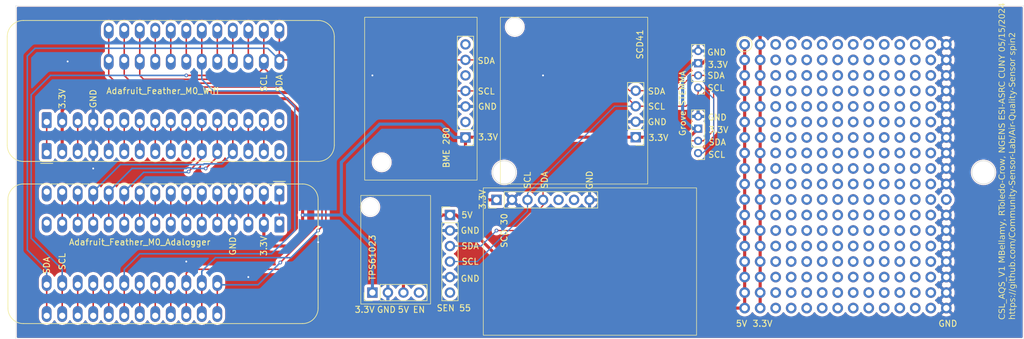
<source format=kicad_pcb>
(kicad_pcb (version 20240108) (generator "pcbnew") (generator_version "8.0")
  (layers (0 "F.Cu" signal) (31 "B.Cu" signal) (34 "B.Paste" user) (35 "F.Paste" user) (36 "B.SilkS" user "B.Silkscreen") (37 "F.SilkS" user "F.Silkscreen") (38 "B.Mask" user) (39 "F.Mask" user) (44 "Edge.Cuts" user))
  (net 0 "")
  (net 1 "unconnected-(A1-~{RESET}-Pad1)")
  (net 2 "unconnected-(A1-D12-Pad24)")
  (net 3 "unconnected-(A1-D6-Pad20)")
  (net 4 "unconnected-(A1-DAC0{slash}A0-Pad5)")
  (net 5 "Net-(A1-VBAT)")
  (net 6 "SCL")
  (net 7 "Net-(A1-USB)")
  (net 8 "3.3V")
  (net 9 "unconnected-(A1-A1-Pad6)")
  (net 10 "unconnected-(A1-A2-Pad7)")
  (net 11 "unconnected-(A1-A3-Pad8)")
  (net 12 "unconnected-(A1-D13-Pad25)")
  (net 13 "Net-(A1-MOSI{slash}D23)")
  (net 14 "unconnected-(A1-RX{slash}D0-Pad14)")
  (net 15 "unconnected-(A1-A5-Pad10)")
  (net 16 "ENA")
  (net 17 "unconnected-(A1-AREF-Pad3)")
  (net 19 "unconnected-(A1-A4-Pad9)")
  (net 20 "unconnected-(A1-D9-Pad21)")
  (net 21 "SDA")
  (net 22 "GND")
  (net 23 "unconnected-(A1-TX{slash}D1-Pad15)")
  (net 24 "Net-(A1-EN)")
  (net 25 "unconnected-(A1-D5-Pad19)")
  (net 26 "Net-(A1-D10)")
  (net 27 "Net-(A1-MISO{slash}D22)")
  (net 28 "unconnected-(A2-A2-Pad7)")
  (net 29 "Net-(A1-SCK{slash}D24)")
  (net 30 "unconnected-(A2-A5-Pad10)")
  (net 31 "unconnected-(A2-D9-Pad21)")
  (net 32 "unconnected-(A2-A4-Pad9)")
  (net 33 "unconnected-(A2-D12-Pad24)")
  (net 34 "unconnected-(A2-DAC0{slash}A0-Pad5)")
  (net 35 "unconnected-(A2-D5-Pad19)")
  (net 36 "unconnected-(A2-TX{slash}D1-Pad15)")
  (net 37 "unconnected-(A2-A3-Pad8)")
  (net 38 "unconnected-(A2-D13-Pad25)")
  (net 39 "unconnected-(A2-~{RESET}-Pad1)")
  (net 40 "unconnected-(A2-D6-Pad20)")
  (net 41 "unconnected-(A2-A1-Pad6)")
  (net 42 "unconnected-(A2-RX{slash}D0-Pad14)")
  (net 43 "unconnected-(A2-D11-Pad23)")
  (net 44 "unconnected-(A2-AREF-Pad3)")
  (net 45 "5V")
  (net 46 "EN")
  (net 47 "NC")
  (footprint "" (layer "F.Cu") (at 185.42 83.82)
    (property "Reference" "")
    (property "Value" "")
  )
  (footprint "" (layer "F.Cu") (at 172.72 86.36)
    (property "Reference" "")
    (property "Value" "")
  )
  (footprint "" (layer "F.Cu") (at 187.96 96.52)
    (property "Reference" "")
    (property "Value" "")
  )
  (footprint "" (layer "F.Cu") (at 180.34 109.22)
    (property "Reference" "")
    (property "Value" "")
  )
  (footprint "" (layer "F.Cu") (at 198.12 99.06)
    (property "Reference" "")
    (property "Value" "")
  )
  (footprint "" (layer "F.Cu") (at 193.04 101.6)
    (property "Reference" "")
    (property "Value" "")
  )
  (footprint "" (layer "F.Cu") (at 185.42 106.68)
    (property "Reference" "")
    (property "Value" "")
  )
  (footprint "" (layer "F.Cu") (at 172.72 88.9)
    (property "Reference" "")
    (property "Value" "")
  )
  (footprint "" (layer "F.Cu") (at 172.72 76.2)
    (property "Reference" "")
    (property "Value" "")
  )
  (footprint "" (layer "F.Cu") (at 175.26 104.14)
    (property "Reference" "")
    (property "Value" "")
  )
  (footprint "" (layer "F.Cu") (at 193.04 99.06)
    (property "Reference" "")
    (property "Value" "")
  )
  (footprint "Module:Adafruit_Feather" (layer "F.Cu") (at 96.52 95.25 -90)
    (property "Reference" "A2" (hide yes))
    (property "Value" "Adafruit_Feather_M0_Adalogger")
  )
  (footprint "" (layer "F.Cu") (at 182.88 96.52)
    (property "Reference" "")
    (property "Value" "")
  )
  (footprint "" (layer "F.Cu") (at 180.34 96.52)
    (property "Reference" "")
    (property "Value" "")
  )
  (footprint "" (layer "F.Cu") (at 193.04 88.9)
    (property "Reference" "")
    (property "Value" "")
  )
  (footprint "" (layer "F.Cu") (at 185.42 76.2)
    (property "Reference" "")
    (property "Value" "")
  )
  (footprint "" (layer "F.Cu") (at 187.96 78.74)
    (property "Reference" "")
    (property "Value" "")
  )
  (footprint "Connector_PinHeader_2.54mm:PinHeader_1x04_P2.54mm_Vertical" (layer "F.Cu") (at 111.76 97.76 90)
    (property "Reference" "JP2" (hide yes))
    (property "Value" "TPS61023")
  )
  (footprint "" (layer "F.Cu") (at 180.34 106.68)
    (property "Reference" "")
    (property "Value" "")
  )
  (footprint "" (layer "F.Cu") (at 190.5 78.74)
    (property "Reference" "")
    (property "Value" "")
  )
  (footprint "" (layer "F.Cu") (at 203.2 73.66)
    (property "Reference" "")
    (property "Value" "")
  )
  (footprint "" (layer "F.Cu") (at 175.26 73.66)
    (property "Reference" "")
    (property "Value" "")
  )
  (footprint "" (layer "F.Cu") (at 195.58 86.36)
    (property "Reference" "")
    (property "Value" "")
  )
  (footprint "" (layer "F.Cu") (at 203.2 101.6)
    (property "Reference" "")
    (property "Value" "")
  )
  (footprint "" (layer "F.Cu") (at 200.66 109.22)
    (property "Reference" "")
    (property "Value" "")
  )
  (footprint "" (layer "F.Cu") (at 172.72 93.98)
    (property "Reference" "")
    (property "Value" "")
  )
  (footprint "" (layer "F.Cu") (at 195.58 101.6)
    (property "Reference" "")
    (property "Value" "")
  )
  (footprint "" (layer "F.Cu") (at 182.88 106.68)
    (property "Reference" "")
    (property "Value" "")
  )
  (footprint "" (layer "F.Cu") (at 172.72 104.14)
    (property "Reference" "")
    (property "Value" "")
  )
  (footprint "" (layer "F.Cu") (at 177.8 109.22)
    (property "Reference" "")
    (property "Value" "")
  )
  (footprint "" (layer "F.Cu") (at 187.96 81.28)
    (property "Reference" "")
    (property "Value" "")
  )
  (footprint "" (layer "F.Cu") (at 200.66 81.28)
    (property "Reference" "")
    (property "Value" "")
  )
  (footprint "" (layer "F.Cu") (at 182.88 71.12)
    (property "Reference" "")
    (property "Value" "")
  )
  (footprint "" (layer "F.Cu") (at 172.72 101.6)
    (property "Reference" "")
    (property "Value" "")
  )
  (footprint "" (layer "F.Cu") (at 198.12 76.2)
    (property "Reference" "")
    (property "Value" "")
  )
  (footprint "" (layer "F.Cu") (at 175.26 106.68)
    (property "Reference" "")
    (property "Value" "")
  )
  (footprint "" (layer "F.Cu") (at 187.96 111.76)
    (property "Reference" "")
    (property "Value" "")
  )
  (footprint "" (layer "F.Cu") (at 172.72 83.82)
    (property "Reference" "")
    (property "Value" "")
  )
  (footprint "" (layer "F.Cu") (at 185.42 78.74)
    (property "Reference" "")
    (property "Value" "")
  )
  (footprint "" (layer "F.Cu") (at 193.04 81.28)
    (property "Reference" "")
    (property "Value" "")
  )
  (footprint "" (layer "F.Cu") (at 193.04 86.36)
    (property "Reference" "")
    (property "Value" "")
  )
  (footprint "" (layer "F.Cu") (at 177.8 106.68)
    (property "Reference" "")
    (property "Value" "")
  )
  (footprint "" (layer "F.Cu") (at 175.26 101.6)
    (property "Reference" "")
    (property "Value" "")
  )
  (footprint "" (layer "F.Cu") (at 185.42 91.44)
    (property "Reference" "")
    (property "Value" "")
  )
  (footprint "" (layer "F.Cu") (at 182.88 81.28)
    (property "Reference" "")
    (property "Value" "")
  )
  (footprint "" (layer "F.Cu") (at 185.42 73.66)
    (property "Reference" "")
    (property "Value" "")
  )
  (footprint "" (layer "F.Cu") (at 195.58 93.98)
    (property "Reference" "")
    (property "Value" "")
  )
  (footprint "" (layer "F.Cu") (at 200.66 83.82)
    (property "Reference" "")
    (property "Value" "")
  )
  (footprint "" (layer "F.Cu") (at 177.8 93.98)
    (property "Reference" "")
    (property "Value" "")
  )
  (footprint "" (layer "F.Cu") (at 203.2 88.9)
    (property "Reference" "")
    (property "Value" "")
  )
  (footprint "" (layer "F.Cu") (at 195.58 111.76)
    (property "Reference" "")
    (property "Value" "")
  )
  (footprint "" (layer "F.Cu") (at 185.42 81.28)
    (property "Reference" "")
    (property "Value" "")
  )
  (footprint "" (layer "F.Cu") (at 175.26 83.82)
    (property "Reference" "")
    (property "Value" "")
  )
  (footprint "" (layer "F.Cu") (at 205.74 106.68)
    (property "Reference" "")
    (property "Value" "")
  )
  (footprint "" (layer "F.Cu") (at 182.88 88.9)
    (property "Reference" "")
    (property "Value" "")
  )
  (footprint "" (layer "F.Cu") (at 172.72 111.76)
    (property "Reference" "")
    (property "Value" "")
  )
  (footprint "" (layer "F.Cu") (at 182.88 83.82)
    (property "Reference" "")
    (property "Value" "")
  )
  (footprint "" (layer "F.Cu") (at 203.2 76.2)
    (property "Reference" "")
    (property "Value" "")
  )
  (footprint "" (layer "F.Cu") (at 190.5 81.28)
    (property "Reference" "")
    (property "Value" "")
  )
  (footprint "" (layer "F.Cu") (at 200.66 96.52)
    (property "Reference" "")
    (property "Value" "")
  )
  (footprint "" (layer "F.Cu") (at 177.8 86.36)
    (property "Reference" "")
    (property "Value" "")
  )
  (footprint "" (layer "F.Cu") (at 185.42 99.06)
    (property "Reference" "")
    (property "Value" "")
  )
  (footprint "" (layer "F.Cu") (at 205.74 81.28)
    (property "Reference" "")
    (property "Value" "")
  )
  (footprint "" (layer "F.Cu") (at 193.04 93.98)
    (property "Reference" "")
    (property "Value" "")
  )
  (footprint "" (layer "F.Cu") (at 187.96 104.14)
    (property "Reference" "")
    (property "Value" "")
  )
  (footprint "" (layer "F.Cu") (at 198.12 114.3)
    (property "Reference" "")
    (property "Value" "")
  )
  (footprint "" (layer "F.Cu") (at 198.12 73.66)
    (property "Reference" "")
    (property "Value" "")
  )
  (footprint "" (layer "F.Cu") (at 180.34 71.12)
    (property "Reference" "")
    (property "Value" "")
  )
  (footprint "" (layer "F.Cu") (at 190.5 114.3)
    (property "Reference" "")
    (property "Value" "")
  )
  (footprint "" (layer "F.Cu") (at 182.88 73.66)
    (property "Reference" "")
    (property "Value" "")
  )
  (footprint "" (layer "F.Cu") (at 200.66 101.6)
    (property "Reference" "")
    (property "Value" "")
  )
  (footprint "" (layer "F.Cu") (at 198.12 93.98)
    (property "Reference" "")
    (property "Value" "")
  )
  (footprint "" (layer "F.Cu") (at 195.58 106.68)
    (property "Reference" "")
    (property "Value" "")
  )
  (footprint "" (layer "F.Cu") (at 205.74 88.9)
    (property "Reference" "")
    (property "Value" "")
  )
  (footprint "" (layer "F.Cu") (at 177.8 96.52)
    (property "Reference" "")
    (property "Value" "")
  )
  (footprint "" (layer "F.Cu") (at 177.8 99.06)
    (property "Reference" "")
    (property "Value" "")
  )
  (footprint "" (layer "F.Cu") (at 177.8 111.76)
    (property "Reference" "")
    (property "Value" "")
  )
  (footprint "" (layer "F.Cu") (at 198.12 106.68)
    (property "Reference" "")
    (property "Value" "")
  )
  (footprint "" (layer "F.Cu") (at 198.12 104.14)
    (property "Reference" "")
    (property "Value" "")
  )
  (footprint "" (layer "F.Cu") (at 190.5 86.36)
    (property "Reference" "")
    (property "Value" "")
  )
  (footprint "" (layer "F.Cu") (at 193.04 104.14)
    (property "Reference" "")
    (property "Value" "")
  )
  (footprint "" (layer "F.Cu") (at 185.42 71.12)
    (property "Reference" "")
    (property "Value" "")
  )
  (footprint "" (layer "F.Cu") (at 200.66 88.9)
    (property "Reference" "")
    (property "Value" "")
  )
  (footprint "" (layer "F.Cu") (at 182.88 101.6)
    (property "Reference" "")
    (property "Value" "")
  )
  (footprint "" (layer "F.Cu") (at 190.5 88.9)
    (property "Reference" "")
    (property "Value" "")
  )
  (footprint "" (layer "F.Cu") (at 203.2 106.68)
    (property "Reference" "")
    (property "Value" "")
  )
  (footprint "" (layer "F.Cu") (at 182.88 78.74)
    (property "Reference" "")
    (property "Value" "")
  )
  (footprint "" (layer "F.Cu") (at 190.5 111.76)
    (property "Reference" "")
    (property "Value" "")
  )
  (footprint "" (layer "F.Cu") (at 180.34 104.14)
    (property "Reference" "")
    (property "Value" "")
  )
  (footprint "" (layer "F.Cu") (at 187.96 91.44)
    (property "Reference" "")
    (property "Value" "")
  )
  (footprint "" (layer "F.Cu") (at 193.04 71.12)
    (property "Reference" "")
    (property "Value" "")
  )
  (footprint "" (layer "F.Cu") (at 182.88 111.76)
    (property "Reference" "")
    (property "Value" "")
  )
  (footprint "" (layer "F.Cu") (at 203.2 109.22)
    (property "Reference" "")
    (property "Value" "")
  )
  (footprint "" (layer "F.Cu") (at 195.58 71.12)
    (property "Reference" "")
    (property "Value" "")
  )
  (footprint "" (layer "F.Cu") (at 190.5 73.66)
    (property "Reference" "")
    (property "Value" "")
  )
  (footprint "" (layer "F.Cu") (at 185.42 114.3)
    (property "Reference" "")
    (property "Value" "")
  )
  (footprint "" (layer "F.Cu") (at 172.72 91.44)
    (property "Reference" "")
    (property "Value" "")
  )
  (footprint "" (layer "F.Cu") (at 193.04 96.52)
    (property "Reference" "")
    (property "Value" "")
  )
  (footprint "" (layer "F.Cu") (at 187.96 71.12)
    (property "Reference" "")
    (property "Value" "")
  )
  (footprint "" (layer "F.Cu") (at 190.5 91.44)
    (property "Reference" "")
    (property "Value" "")
  )
  (footprint "Module:Adafruit_Feather_M0_Wifi" (layer "F.Cu") (at 58.42 88.9 90)
    (property "Reference" "A1" (hide yes))
    (property "Value" "Adafruit_Feather_M0_Wifi")
  )
  (footprint "" (layer "F.Cu") (at 187.96 101.6)
    (property "Reference" "")
    (property "Value" "")
  )
  (footprint "" (layer "F.Cu") (at 180.34 99.06)
    (property "Reference" "")
    (property "Value" "")
  )
  (footprint "Connector_PinHeader_2.54mm:PinHeader_1x04_P2.54mm_Vertical" (layer "F.Cu") (at 154.876 74.956 180)
    (property "Reference" "JP6" (hide yes))
    (property "Value" "SCD41")
  )
  (footprint "" (layer "F.Cu") (at 200.66 114.3)
    (property "Reference" "")
    (property "Value" "")
  )
  (footprint "" (layer "F.Cu") (at 187.96 76.2)
    (property "Reference" "")
    (property "Value" "")
  )
  (footprint "" (layer "F.Cu") (at 180.34 101.6)
    (property "Reference" "")
    (property "Value" "")
  )
  (footprint "Connector_PinHeader_2.54mm:PinHeader_1x06_P2.54mm_Vertical" (layer "F.Cu") (at 124.46 99.06)
    (property "Reference" "JP8" (hide yes))
    (property "Value" "SEN 55")
  )
  (footprint "" (layer "F.Cu") (at 172.72 73.66)
    (property "Reference" "")
    (property "Value" "")
  )
  (footprint "" (layer "F.Cu") (at 190.5 93.98)
    (property "Reference" "")
    (property "Value" "")
  )
  (footprint "" (layer "F.Cu") (at 187.96 73.66)
    (property "Reference" "")
    (property "Value" "")
  )
  (footprint "" (layer "F.Cu") (at 203.2 78.74)
    (property "Reference" "")
    (property "Value" "")
  )
  (footprint "" (layer "F.Cu") (at 185.42 104.14)
    (property "Reference" "")
    (property "Value" "")
  )
  (footprint "" (layer "F.Cu") (at 177.8 71.12)
    (property "Reference" "")
    (property "Value" "")
  )
  (footprint "" (layer "F.Cu") (at 172.72 99.06)
    (property "Reference" "")
    (property "Value" "")
  )
  (footprint "" (layer "F.Cu") (at 203.2 91.44)
    (property "Reference" "")
    (property "Value" "")
  )
  (footprint "" (layer "F.Cu") (at 198.12 71.12)
    (property "Reference" "")
    (property "Value" "")
  )
  (footprint "" (layer "F.Cu") (at 200.66 106.68)
    (property "Reference" "")
    (property "Value" "")
  )
  (footprint "" (layer "F.Cu") (at 200.66 111.76)
    (property "Reference" "")
    (property "Value" "")
  )
  (footprint "" (layer "F.Cu") (at 200.66 86.36)
    (property "Reference" "")
    (property "Value" "")
  )
  (footprint "" (layer "F.Cu") (at 172.72 106.68)
    (property "Reference" "")
    (property "Value" "")
  )
  (footprint "" (layer "F.Cu") (at 185.42 93.98)
    (property "Reference" "")
    (property "Value" "")
  )
  (footprint "" (layer "F.Cu") (at 195.58 104.14)
    (property "Reference" "")
    (property "Value" "")
  )
  (footprint "" (layer "F.Cu") (at 195.58 91.44)
    (property "Reference" "")
    (property "Value" "")
  )
  (footprint "" (layer "F.Cu") (at 198.12 86.36)
    (property "Reference" "")
    (property "Value" "")
  )
  (footprint "" (layer "F.Cu") (at 205.74 111.76)
    (property "Reference" "")
    (property "Value" "")
  )
  (footprint "" (layer "F.Cu") (at 190.5 76.2)
    (property "Reference" "")
    (property "Value" "")
  )
  (footprint "" (layer "F.Cu") (at 205.74 93.98)
    (property "Reference" "")
    (property "Value" "")
  )
  (footprint "" (layer "F.Cu") (at 195.58 73.66)
    (property "Reference" "")
    (property "Value" "")
  )
  (footprint "" (layer "F.Cu") (at 182.88 114.3)
    (property "Reference" "")
    (property "Value" "")
  )
  (footprint "" (layer "F.Cu") (at 177.8 73.66)
    (property "Reference" "")
    (property "Value" "")
  )
  (footprint "" (layer "F.Cu") (at 187.96 83.82)
    (property "Reference" "")
    (property "Value" "")
  )
  (footprint "" (layer "F.Cu") (at 198.12 91.44)
    (property "Reference" "")
    (property "Value" "")
  )
  (footprint "" (layer "F.Cu") (at 198.12 111.76)
    (property "Reference" "")
    (property "Value" "")
  )
  (footprint "" (layer "F.Cu") (at 205.74 91.44)
    (property "Reference" "")
    (property "Value" "")
  )
  (footprint "" (layer "F.Cu") (at 205.74 71.12)
    (property "Reference" "")
    (property "Value" "")
  )
  (footprint "" (layer "F.Cu") (at 205.74 101.6)
    (property "Reference" "")
    (property "Value" "")
  )
  (footprint "" (layer "F.Cu") (at 193.04 76.2)
    (property "Reference" "")
    (property "Value" "")
  )
  (footprint "" (layer "F.Cu") (at 187.96 88.9)
    (property "Reference" "")
    (property "Value" "")
  )
  (footprint "" (layer "F.Cu") (at 190.5 71.12)
    (property "Reference" "")
    (property "Value" "")
  )
  (footprint "" (layer "F.Cu") (at 195.58 109.22)
    (property "Reference" "")
    (property "Value" "")
  )
  (footprint "" (layer "F.Cu") (at 198.12 83.82)
    (property "Reference" "")
    (property "Value" "")
  )
  (footprint "" (layer "F.Cu") (at 193.04 73.66)
    (property "Reference" "")
    (property "Value" "")
  )
  (footprint "" (layer "F.Cu") (at 182.88 76.2)
    (property "Reference" "")
    (property "Value" "")
  )
  (footprint "" (layer "F.Cu") (at 187.96 86.36)
    (property "Reference" "")
    (property "Value" "")
  )
  (footprint "" (layer "F.Cu") (at 205.74 109.22)
    (property "Reference" "")
    (property "Value" "")
  )
  (footprint "" (layer "F.Cu") (at 198.12 101.6)
    (property "Reference" "")
    (property "Value" "")
  )
  (footprint "" (layer "F.Cu") (at 185.42 86.36)
    (property "Reference" "")
    (property "Value" "")
  )
  (footprint "" (layer "F.Cu") (at 182.88 109.22)
    (property "Reference" "")
    (property "Value" "")
  )
  (footprint "" (layer "F.Cu") (at 175.26 88.9)
    (property "Reference" "")
    (property "Value" "")
  )
  (footprint "" (layer "F.Cu") (at 175.26 78.74)
    (property "Reference" "")
    (property "Value" "")
  )
  (footprint "" (layer "F.Cu") (at 180.34 81.28)
    (property "Reference" "")
    (property "Value" "")
  )
  (footprint "" (layer "F.Cu") (at 193.04 114.3)
    (property "Reference" "")
    (property "Value" "")
  )
  (footprint "" (layer "F.Cu") (at 180.34 73.66)
    (property "Reference" "")
    (property "Value" "")
  )
  (footprint "" (layer "F.Cu") (at 172.72 109.22)
    (property "Reference" "")
    (property "Value" "")
  )
  (footprint "" (layer "F.Cu") (at 205.74 114.3)
    (property "Reference" "")
    (property "Value" "")
  )
  (footprint "" (layer "F.Cu") (at 195.58 81.28)
    (property "Reference" "")
    (property "Value" "")
  )
  (footprint "" (layer "F.Cu") (at 203.2 93.98)
    (property "Reference" "")
    (property "Value" "")
  )
  (footprint "" (layer "F.Cu") (at 182.88 91.44)
    (property "Reference" "")
    (property "Value" "")
  )
  (footprint "" (layer "F.Cu") (at 193.04 78.74)
    (property "Reference" "")
    (property "Value" "")
  )
  (footprint "" (layer "F.Cu") (at 190.5 96.52)
    (property "Reference" "")
    (property "Value" "")
  )
  (footprint "" (layer "F.Cu") (at 198.12 81.28)
    (property "Reference" "")
    (property "Value" "")
  )
  (footprint "" (layer "F.Cu") (at 193.04 83.82)
    (property "Reference" "")
    (property "Value" "")
  )
  (footprint "" (layer "F.Cu") (at 177.8 81.28)
    (property "Reference" "")
    (property "Value" "")
  )
  (footprint "" (layer "F.Cu") (at 175.26 86.36)
    (property "Reference" "")
    (property "Value" "")
  )
  (footprint "" (layer "F.Cu") (at 205.74 73.66)
    (property "Reference" "")
    (property "Value" "")
  )
  (footprint "" (layer "F.Cu") (at 177.8 76.2)
    (property "Reference" "")
    (property "Value" "")
  )
  (footprint "" (layer "F.Cu") (at 175.26 109.22)
    (property "Reference" "")
    (property "Value" "")
  )
  (footprint "" (layer "F.Cu") (at 172.72 81.28)
    (property "Reference" "")
    (property "Value" "")
  )
  (footprint "" (layer "F.Cu") (at 193.04 111.76)
    (property "Reference" "")
    (property "Value" "")
  )
  (footprint "" (layer "F.Cu") (at 195.58 88.9)
    (property "Reference" "")
    (property "Value" "")
  )
  (footprint "" (layer "F.Cu") (at 200.66 104.14)
    (property "Reference" "")
    (property "Value" "")
  )
  (footprint "" (layer "F.Cu") (at 203.2 83.82)
    (property "Reference" "")
    (property "Value" "")
  )
  (footprint "" (layer "F.Cu") (at 195.58 78.74)
    (property "Reference" "")
    (property "Value" "")
  )
  (footprint "" (layer "F.Cu") (at 190.5 99.06)
    (property "Reference" "")
    (property "Value" "")
  )
  (footprint "" (layer "F.Cu") (at 175.26 96.52)
    (property "Reference" "")
    (property "Value" "")
  )
  (footprint "TestPoint:TestPoint_THTPad_D2.0mm_Drill1.0mm" (layer "F.Cu") (at 172.72 71.12)
    (property "Reference" "REF**" (hide yes))
    (property "Value" "TestPoint_THTPad_D2.0mm_Drill1.0mm" (hide yes))
  )
  (footprint "" (layer "F.Cu") (at 182.88 104.14)
    (property "Reference" "")
    (property "Value" "")
  )
  (footprint "" (layer "F.Cu") (at 180.34 86.36)
    (property "Reference" "")
    (property "Value" "")
  )
  (footprint "" (layer "F.Cu") (at 175.26 81.28)
    (property "Reference" "")
    (property "Value" "")
  )
  (footprint "Connector_PinHeader_2.00mm:PinHeader_1x04_P2.00mm_Vertical" (layer "F.Cu") (at 165.1 78.2 180)
    (property "Reference" "J2" (hide yes))
    (property "Value" "Grove STEMMA" (hide yes))
  )
  (footprint "" (layer "F.Cu") (at 205.74 78.74)
    (property "Reference" "")
    (property "Value" "")
  )
  (footprint "" (layer "F.Cu") (at 205.74 83.82)
    (property "Reference" "")
    (property "Value" "")
  )
  (footprint "" (layer "F.Cu") (at 185.42 88.9)
    (property "Reference" "")
    (property "Value" "")
  )
  (footprint "" (layer "F.Cu") (at 187.96 114.3)
    (property "Reference" "")
    (property "Value" "")
  )
  (footprint "" (layer "F.Cu") (at 175.26 111.76)
    (property "Reference" "")
    (property "Value" "")
  )
  (footprint "" (layer "F.Cu") (at 190.5 101.6)
    (property "Reference" "")
    (property "Value" "")
  )
  (footprint "" (layer "F.Cu") (at 195.58 114.3)
    (property "Reference" "")
    (property "Value" "")
  )
  (footprint "" (layer "F.Cu") (at 185.42 111.76)
    (property "Reference" "")
    (property "Value" "")
  )
  (footprint "" (layer "F.Cu") (at 172.72 78.74)
    (property "Reference" "")
    (property "Value" "")
  )
  (footprint "" (layer "F.Cu") (at 175.26 76.2)
    (property "Reference" "")
    (property "Value" "")
  )
  (footprint "" (layer "F.Cu") (at 200.66 76.2)
    (property "Reference" "")
    (property "Value" "")
  )
  (footprint "" (layer "F.Cu") (at 172.72 96.52)
    (property "Reference" "")
    (property "Value" "")
  )
  (footprint "" (layer "F.Cu") (at 177.8 114.3)
    (property "Reference" "")
    (property "Value" "")
  )
  (footprint "" (layer "F.Cu") (at 177.8 88.9)
    (property "Reference" "")
    (property "Value" "")
  )
  (footprint "" (layer "F.Cu") (at 180.34 93.98)
    (property "Reference" "")
    (property "Value" "")
  )
  (footprint "" (layer "F.Cu") (at 195.58 76.2)
    (property "Reference" "")
    (property "Value" "")
  )
  (footprint "" (layer "F.Cu") (at 180.34 111.76)
    (property "Reference" "")
    (property "Value" "")
  )
  (footprint "" (layer "F.Cu") (at 205.74 76.2)
    (property "Reference" "")
    (property "Value" "")
  )
  (footprint "" (layer "F.Cu") (at 175.26 99.06)
    (property "Reference" "")
    (property "Value" "")
  )
  (footprint "" (layer "F.Cu") (at 193.04 106.68)
    (property "Reference" "")
    (property "Value" "")
  )
  (footprint "" (layer "F.Cu") (at 180.34 76.2)
    (property "Reference" "")
    (property "Value" "")
  )
  (footprint "" (layer "F.Cu") (at 198.12 78.74)
    (property "Reference" "")
    (property "Value" "")
  )
  (footprint "" (layer "F.Cu") (at 200.66 91.44)
    (property "Reference" "")
    (property "Value" "")
  )
  (footprint "" (layer "F.Cu") (at 205.74 104.14)
    (property "Reference" "")
    (property "Value" "")
  )
  (footprint "" (layer "F.Cu") (at 187.96 99.06)
    (property "Reference" "")
    (property "Value" "")
  )
  (footprint "" (layer "F.Cu") (at 203.2 86.36)
    (property "Reference" "")
    (property "Value" "")
  )
  (footprint "" (layer "F.Cu") (at 205.74 86.36)
    (property "Reference" "")
    (property "Value" "")
  )
  (footprint "Connector_PinHeader_2.54mm:PinHeader_1x07_P2.54mm_Vertical" (layer "F.Cu") (at 127 86.36 180)
    (property "Reference" "JP7" (hide yes))
    (property "Value" "BME280" (hide yes))
  )
  (footprint "" (layer "F.Cu") (at 203.2 114.3)
    (property "Reference" "")
    (property "Value" "")
  )
  (footprint "" (layer "F.Cu") (at 177.8 104.14)
    (property "Reference" "")
    (property "Value" "")
  )
  (footprint "" (layer "F.Cu") (at 203.2 99.06)
    (property "Reference" "")
    (property "Value" "")
  )
  (footprint "" (layer "F.Cu") (at 175.26 71.12)
    (property "Reference" "")
    (property "Value" "")
  )
  (footprint "" (layer "F.Cu") (at 187.96 109.22)
    (property "Reference" "")
    (property "Value" "")
  )
  (footprint "" (layer "F.Cu") (at 205.74 86.36)
    (property "Reference" "")
    (property "Value" "")
  )
  (footprint "" (layer "F.Cu") (at 205.74 96.52)
    (property "Reference" "")
    (property "Value" "")
  )
  (footprint "" (layer "F.Cu") (at 195.58 83.82)
    (property "Reference" "")
    (property "Value" "")
  )
  (footprint "" (layer "F.Cu") (at 175.26 93.98)
    (property "Reference" "")
    (property "Value" "")
  )
  (footprint "" (layer "F.Cu") (at 175.26 91.44)
    (property "Reference" "")
    (property "Value" "")
  )
  (footprint "" (layer "F.Cu") (at 177.8 78.74)
    (property "Reference" "")
    (property "Value" "")
  )
  (footprint "Connector_PinHeader_2.54mm:PinHeader_1x07_P2.54mm_Vertical" (layer "F.Cu") (at 147.0175 96.58 -90)
    (property "Reference" "JP10" (hide yes))
    (property "Value" "SCD 30")
  )
  (footprint "" (layer "F.Cu") (at 185.42 109.22)
    (property "Reference" "")
    (property "Value" "")
  )
  (footprint "" (layer "F.Cu") (at 193.04 91.44)
    (property "Reference" "")
    (property "Value" "")
  )
  (footprint "" (layer "F.Cu") (at 203.2 96.52)
    (property "Reference" "")
    (property "Value" "")
  )
  (footprint "" (layer "F.Cu") (at 203.2 71.12)
    (property "Reference" "")
    (property "Value" "")
  )
  (footprint "" (layer "F.Cu") (at 180.34 83.82)
    (property "Reference" "")
    (property "Value" "")
  )
  (footprint "" (layer "F.Cu") (at 180.34 88.9)
    (property "Reference" "")
    (property "Value" "")
  )
  (footprint "" (layer "F.Cu") (at 182.88 86.36)
    (property "Reference" "")
    (property "Value" "")
  )
  (footprint "" (layer "F.Cu") (at 177.8 101.6)
    (property "Reference" "")
    (property "Value" "")
  )
  (footprint "" (layer "F.Cu") (at 185.42 96.52)
    (property "Reference" "")
    (property "Value" "")
  )
  (footprint "" (layer "F.Cu") (at 185.42 101.6)
    (property "Reference" "")
    (property "Value" "")
  )
  (footprint "Connector_PinHeader_2.00mm:PinHeader_1x04_P2.00mm_Vertical" (layer "F.Cu") (at 165.1 88.916 180)
    (property "Reference" "J3" (hide yes))
    (property "Value" "Grove STEMMA")
  )
  (footprint "" (layer "F.Cu") (at 180.34 78.74)
    (property "Reference" "")
    (property "Value" "")
  )
  (footprint "" (layer "F.Cu") (at 177.8 83.82)
    (property "Reference" "")
    (property "Value" "")
  )
  (footprint "" (layer "F.Cu") (at 180.34 114.3)
    (property "Reference" "")
    (property "Value" "")
  )
  (footprint "" (layer "F.Cu") (at 203.2 81.28)
    (property "Reference" "")
    (property "Value" "")
  )
  (footprint "" (layer "F.Cu") (at 198.12 96.52)
    (property "Reference" "")
    (property "Value" "")
  )
  (footprint "" (layer "F.Cu") (at 200.66 78.74)
    (property "Reference" "")
    (property "Value" "")
  )
  (footprint "" (layer "F.Cu") (at 190.5 106.68)
    (property "Reference" "")
    (property "Value" "")
  )
  (footprint "" (layer "F.Cu") (at 195.58 96.52)
    (property "Reference" "")
    (property "Value" "")
  )
  (footprint "" (layer "F.Cu") (at 200.66 99.06)
    (property "Reference" "")
    (property "Value" "")
  )
  (footprint "" (layer "F.Cu") (at 200.66 73.66)
    (property "Reference" "")
    (property "Value" "")
  )
  (footprint "" (layer "F.Cu") (at 200.66 93.98)
    (property "Reference" "")
    (property "Value" "")
  )
  (footprint "" (layer "F.Cu") (at 177.8 91.44)
    (property "Reference" "")
    (property "Value" "")
  )
  (footprint "" (layer "F.Cu") (at 190.5 104.14)
    (property "Reference" "")
    (property "Value" "")
  )
  (footprint "" (layer "F.Cu") (at 182.88 99.06)
    (property "Reference" "")
    (property "Value" "")
  )
  (footprint "" (layer "F.Cu") (at 203.2 104.14)
    (property "Reference" "")
    (property "Value" "")
  )
  (footprint "" (layer "F.Cu") (at 200.66 71.12)
    (property "Reference" "")
    (property "Value" "")
  )
  (footprint "" (layer "F.Cu") (at 198.12 88.9)
    (property "Reference" "")
    (property "Value" "")
  )
  (footprint "" (layer "F.Cu") (at 180.34 91.44)
    (property "Reference" "")
    (property "Value" "")
  )
  (footprint "" (layer "F.Cu") (at 190.5 109.22)
    (property "Reference" "")
    (property "Value" "")
  )
  (footprint "" (layer "F.Cu") (at 172.72 114.3)
    (property "Reference" "")
    (property "Value" "")
  )
  (footprint "" (layer "F.Cu") (at 187.96 106.68)
    (property "Reference" "")
    (property "Value" "")
  )
  (footprint "" (layer "F.Cu") (at 175.26 114.3)
    (property "Reference" "")
    (property "Value" "")
  )
  (footprint "" (layer "F.Cu") (at 195.58 99.06)
    (property "Reference" "")
    (property "Value" "")
  )
  (footprint "" (layer "F.Cu") (at 187.96 93.98)
    (property "Reference" "")
    (property "Value" "")
  )
  (footprint "" (layer "F.Cu") (at 198.12 109.22)
    (property "Reference" "")
    (property "Value" "")
  )
  (footprint "" (layer "F.Cu") (at 190.5 83.82)
    (property "Reference" "")
    (property "Value" "")
  )
  (footprint "" (layer "F.Cu") (at 193.04 109.22)
    (property "Reference" "")
    (property "Value" "")
  )
  (footprint "" (layer "F.Cu") (at 182.88 93.98)
    (property "Reference" "")
    (property "Value" "")
  )
  (footprint "" (layer "F.Cu") (at 203.2 111.76)
    (property "Reference" "")
    (property "Value" "")
  )
  (footprint "" (layer "F.Cu") (at 205.74 99.06)
    (property "Reference" "")
    (property "Value" "")
  )
  (gr_rect (start 132.715 66.675) (end 156.845 93.98) (stroke (width 0.1)) (fill none) (layer "F.SilkS"))
  (gr_rect (start 109.855 95.855) (end 121.285 113.635) (stroke (width 0.1)) (fill none) (layer "F.SilkS"))
  (gr_rect (start 129.9175 94.615) (end 164.8425 118.745) (stroke (width 0.1)) (fill none) (layer "F.SilkS"))
  (gr_rect (start 110.49 66.675) (end 128.905 93.345) (stroke (width 0.1)) (fill none) (layer "F.SilkS"))
  (gr_line (start 218.44 64.77) (end 53.34 64.77) (stroke (width 0.05)) (layer "Edge.Cuts"))
  (gr_circle (center 135.076 68.256) (end 136.526 68.256) (stroke (width 0.05)) (fill none) (layer "Edge.Cuts"))
  (gr_line (start 53.34 64.77) (end 53.34 119.38) (stroke (width 0.05)) (layer "Edge.Cuts"))
  (gr_line (start 218.44 119.38) (end 218.44 64.77) (stroke (width 0.05)) (layer "Edge.Cuts"))
  (gr_circle (center 133.35 92.075) (end 135.255 92.075) (stroke (width 0.1)) (fill none) (layer "Edge.Cuts"))
  (gr_circle (center 113.284 90.424) (end 114.734 90.424) (stroke (width 0.05)) (fill none) (layer "Edge.Cuts"))
  (gr_line (start 53.34 119.38) (end 218.44 119.38) (stroke (width 0.05)) (layer "Edge.Cuts"))
  (gr_circle (center 211.836 92.075) (end 213.741 92.075) (stroke (width 0.1)) (fill none) (layer "Edge.Cuts"))
  (gr_circle (center 111.41 97.76) (end 112.86 97.76) (stroke (width 0.05)) (fill none) (layer "Edge.Cuts"))
  (gr_text "SCL\n" (at 158.3 81.28 0) (layer "F.SilkS") (effects (font (size 1 1))))
  (gr_text "3.3V" (at 93.98 104.14 90) (layer "F.SilkS") (effects (font (size 1 1))))
  (gr_text "3.3V" (at 60.96 80.01 90) (layer "F.SilkS") (effects (font (size 1 1))))
  (gr_text "3.3V" (at 168.34 74.438 0) (layer "F.SilkS") (effects (font (size 1 1))))
  (gr_text "SDA" (at 130.4 73.8 0) (layer "F.SilkS") (effects (font (size 1 1))))
  (gr_text "GND" (at 168.14 72.416 0) (layer "F.SilkS") (effects (font (size 1 1))))
  (gr_text "EN" (at 119.38 114.554 0) (layer "F.SilkS") (effects (font (size 1 1))))
  (gr_text "SDA" (at 58.42 107.315 90) (layer "F.SilkS") (effects (font (size 1 1))))
  (gr_text "3.3V" (at 168.44 85.116 0) (layer "F.SilkS") (effects (font (size 1 1))))
  (gr_text "3.3V" (at 129.794 96.52 90) (layer "F.SilkS") (effects (font (size 1 1))))
  (gr_text "SDA" (at 96.52 77.47 90) (layer "F.SilkS") (effects (font (size 1 1))))
  (gr_text "SCL\n" (at 93.98 77.47 90) (layer "F.SilkS") (effects (font (size 1 1))))
  (gr_text "SCL\n" (at 60.96 106.68 90) (layer "F.SilkS") (effects (font (size 1 1))))
  (gr_text "CSL_AQS_V1 MBellamy, RToledo-Crow, NGENS ESI-ASRC CUNY 05/15/2024 \nhttps://github.com/Community-Sensor-Lab/Air-Quality-Sensor spin2" (at 217.17 116.205 90) (layer "F.SilkS") (effects (font (size 1 1) (thickness 0.0889)) (justify left bottom)))
  (gr_text "GND" (at 130.6 81.3 0) (layer "F.SilkS") (effects (font (size 1 1))))
  (gr_text "SCL\n" (at 168.04 78.248 0) (layer "F.SilkS") (effects (font (size 1 1))))
  (gr_text "5V" (at 172.212 116.84 0) (layer "F.SilkS") (effects (font (size 1 1))))
  (gr_text "GND" (at 88.9 104.14 90) (layer "F.SilkS") (effects (font (size 1 1))))
  (gr_text "SCL\n" (at 127.762 106.68 0) (layer "F.SilkS") (effects (font (size 1 1))))
  (gr_text "GND" (at 127.762 101.6 0) (layer "F.SilkS") (effects (font (size 1 1))))
  (gr_text "GND" (at 66.04 80.01 90) (layer "F.SilkS") (effects (font (size 1 1))))
  (gr_text "BME 280" (at 124.46 91.44 90) (layer "F.SilkS") (effects (font (size 1 1)) (justify left bottom)))
  (gr_text "SDA" (at 158.3 78.8 0) (layer "F.SilkS") (effects (font (size 1 1))))
  (gr_text "GND" (at 205.994 116.84 0) (layer "F.SilkS") (effects (font (size 1 1))))
  (gr_text "3.3V" (at 175.641 116.84 0) (layer "F.SilkS") (effects (font (size 1 1))))
  (gr_text "5V" (at 116.84 114.554 0) (layer "F.SilkS") (effects (font (size 1 1))))
  (gr_text "3.3V" (at 158.6 86.4 0) (layer "F.SilkS") (effects (font (size 1 1))))
  (gr_text "3.3V" (at 130.7 86.3 0) (layer "F.SilkS") (effects (font (size 1 1))))
  (gr_text "GND" (at 114.046 114.554 0) (layer "F.SilkS") (effects (font (size 1 1))))
  (gr_text "SDA" (at 139.954 93.345 90) (layer "F.SilkS") (effects (font (size 1 1))))
  (gr_text "SDA" (at 127.762 104.14 0) (layer "F.SilkS") (effects (font (size 1 1))))
  (gr_text "SCL\n" (at 168.14 89.17 0) (layer "F.SilkS") (effects (font (size 1 1))))
  (gr_text "SDA" (at 168.24 87.138 0) (layer "F.SilkS") (effects (font (size 1 1))))
  (gr_text "5V" (at 127.254 99.06 0) (layer "F.SilkS") (effects (font (size 1 1))))
  (gr_text "GND" (at 147.32 93.345 90) (layer "F.SilkS") (effects (font (size 1 1))))
  (gr_text "SCL\n" (at 130.4 78.8 0) (layer "F.SilkS") (effects (font (size 1 1))))
  (gr_text "GND" (at 158.4 83.82 0) (layer "F.SilkS") (effects (font (size 1 1))))
  (gr_text "SDA" (at 168.04 76.216 0) (layer "F.SilkS") (effects (font (size 1 1))))
  (gr_text "SCL\n" (at 137.16 93.345 90) (layer "F.SilkS") (effects (font (size 1 1))))
  (gr_text "3.3V" (at 110.49 114.554 0) (layer "F.SilkS") (effects (font (size 1 1))))
  (gr_text "GND" (at 127.762 109.474 0) (layer "F.SilkS") (effects (font (size 1 1))))
  (gr_text "GND" (at 168.24 83.074 0) (layer "F.SilkS") (effects (font (size 1 1))))
  (segment (start 58.42 88.9) (end 58.42 83.82) (width 0.254) (layer "F.Cu") (net 1))
  (segment (start 78.74 68.58) (end 78.74 73.66) (width 0.254) (layer "F.Cu") (net 2))
  (segment (start 88.9 68.58) (end 88.9 73.66) (width 0.254) (layer "F.Cu") (net 3))
  (segment (start 68.58 88.9) (end 68.58 83.82) (width 0.254) (layer "F.Cu") (net 4))
  (segment (start 102.87 100.6475) (end 102.87 82.55) (width 0.254) (layer "F.Cu") (net 5))
  (segment (start 98.425 78.105) (end 70.485 78.105) (width 0.254) (layer "F.Cu") (net 5))
  (segment (start 68.58 76.2) (end 68.58 68.58) (width 0.254) (layer "F.Cu") (net 5))
  (segment (start 86.36 115.57) (end 86.36 110.49) (width 0.254) (layer "F.Cu") (net 5))
  (segment (start 102.87 82.55) (end 98.425 78.105) (width 0.254) (layer "F.Cu") (net 5))
  (segment (start 70.485 78.105) (end 68.58 76.2) (width 0.254) (layer "F.Cu") (net 5))
  (segment (start 96.67875 106.83875) (end 102.87 100.6475) (width 0.254) (layer "F.Cu") (net 5))
  (via (at 96.67875 106.83875) (size 0.6) (drill 0.3) (layers "F.Cu" "B.Cu") (net 5))
  (segment (start 96.67875 106.83875) (end 93.0275 110.49) (width 0.254) (layer "B.Cu") (net 5))
  (segment (start 93.0275 110.49) (end 86.36 110.49) (width 0.254) (layer "B.Cu") (net 5))
  (segment (start 81.28 76.2) (end 92.71 76.2) (width 0.254) (layer "F.Cu") (net 6))
  (segment (start 154.876 81.2425) (end 163.1055 81.2425) (width 0.2) (layer "F.Cu") (net 6))
  (segment (start 60.96 110.49) (end 60.96 115.57) (width 0.254) (layer "F.Cu") (net 6))
  (segment (start 111.76 78.74) (end 109.22 76.2) (width 0.2) (layer "F.Cu") (net 6))
  (segment (start 95.25 76.2) (end 109.22 76.2) (width 0.254) (layer "F.Cu") (net 6))
  (segment (start 127 78.74) (end 152.3735 78.74) (width 0.2) (layer "F.Cu") (net 6))
  (segment (start 163.1055 81.2425) (end 165.1 79.248) (width 0.2) (layer "F.Cu") (net 6))
  (segment (start 93.98 68.58) (end 93.98 73.66) (width 0.254) (layer "F.Cu") (net 6))
  (segment (start 152.3735 78.74) (end 154.876 81.2425) (width 0.2) (layer "F.Cu") (net 6))
  (segment (start 127 78.74) (end 111.76 78.74) (width 0.2) (layer "F.Cu") (net 6))
  (segment (start 93.98 74.93) (end 93.98 73.66) (width 0.254) (layer "F.Cu") (net 6))
  (segment (start 92.71 76.2) (end 93.98 74.93) (width 0.254) (layer "F.Cu") (net 6))
  (segment (start 93.98 74.93) (end 95.25 76.2) (width 0.254) (layer "F.Cu") (net 6))
  (segment (start 165.1 79.248) (end 165.1 78.2) (width 0.2) (layer "F.Cu") (net 6))
  (via (at 81.28 76.2) (size 0.6) (drill 0.3) (layers "F.Cu" "B.Cu") (net 6))
  (segment (start 55.88 102.87) (end 60.96 107.95) (width 0.254) (layer "B.Cu") (net 6))
  (segment (start 60.96 110.49) (end 60.96 107.95) (width 0.254) (layer "B.Cu") (net 6))
  (segment (start 124.46 106.68) (end 128.926346 106.68) (width 0.2) (layer "B.Cu") (net 6))
  (segment (start 165.862 88.916) (end 165.1 88.916) (width 0.2) (layer "B.Cu") (net 6))
  (segment (start 55.88 79.375) (end 55.88 102.87) (width 0.254) (layer "B.Cu") (net 6))
  (segment (start 151.4215 81.2425) (end 154.876 81.2425) (width 0.2) (layer "B.Cu") (net 6))
  (segment (start 165.824 78.2) (end 167.64 80.016) (width 0.2) (layer "B.Cu") (net 6))
  (segment (start 137.16 96.58) (end 137.16 95.504) (width 0.2) (layer "B.Cu") (net 6))
  (segment (start 137.16 98.446346) (end 137.16 96.58) (width 0.2) (layer "B.Cu") (net 6))
  (segment (start 128.926346 106.68) (end 137.16 98.446346) (width 0.2) (layer "B.Cu") (net 6))
  (segment (start 137.16 95.504) (end 151.4215 81.2425) (width 0.2) (layer "B.Cu") (net 6))
  (segment (start 167.64 80.016) (end 167.64 87.138) (width 0.2) (layer "B.Cu") (net 6))
  (segment (start 59.055 76.2) (end 55.88 79.375) (width 0.254) (layer "B.Cu") (net 6))
  (segment (start 165.1 78.2) (end 165.824 78.2) (width 0.2) (layer "B.Cu") (net 6))
  (segment (start 167.64 87.138) (end 165.862 88.916) (width 0.2) (layer "B.Cu") (net 6))
  (segment (start 81.28 76.2) (end 59.055 76.2) (width 0.254) (layer "B.Cu") (net 6))
  (segment (start 99.695 76.835) (end 74.295 76.835) (width 0.254) (layer "F.Cu") (net 7))
  (segment (start 81.28 115.57) (end 81.28 108.585) (width 0.254) (layer "F.Cu") (net 7))
  (segment (start 104.14 104.14) (end 104.14 81.28) (width 0.254) (layer "F.Cu") (net 7))
  (segment (start 100.33 107.95) (end 104.14 104.14) (width 0.254) (layer "F.Cu") (net 7))
  (segment (start 81.28 108.585) (end 81.915 107.95) (width 0.254) (layer "F.Cu") (net 7))
  (segment (start 74.295 76.835) (end 73.66 76.2) (width 0.254) (layer "F.Cu") (net 7))
  (segment (start 104.14 81.28) (end 99.695 76.835) (width 0.254) (layer "F.Cu") (net 7))
  (segment (start 73.66 68.58) (end 73.66 73.66) (width 0.254) (layer "F.Cu") (net 7))
  (segment (start 73.66 76.2) (end 73.66 73.66) (width 0.254) (layer "F.Cu") (net 7))
  (segment (start 81.915 107.95) (end 100.33 107.95) (width 0.254) (layer "F.Cu") (net 7))
  (segment (start 100.33 101.6) (end 100.33 99.06) (width 0.508) (layer "F.Cu") (net 8))
  (segment (start 175.26 99.06) (end 175.26 101.6) (width 0.508) (layer "F.Cu") (net 8))
  (segment (start 130.08 96.58) (end 132.08 96.58) (width 0.508) (layer "F.Cu") (net 8))
  (segment (start 175.26 96.52) (end 175.26 99.06) (width 0.508) (layer "F.Cu") (net 8))
  (segment (start 175.26 86.36) (end 175.26 83.82) (width 0.508) (layer "F.Cu") (net 8))
  (segment (start 95.25 104.14) (end 97.79 104.14) (width 0.508) (layer "F.Cu") (net 8))
  (segment (start 175.26 69.85) (end 173.99 68.58) (width 0.508) (layer "F.Cu") (net 8))
  (segment (start 175.26 71.12) (end 175.26 69.85) (width 0.508) (layer "F.Cu") (net 8))
  (segment (start 175.26 106.68) (end 175.26 109.22) (width 0.508) (layer "F.Cu") (net 8))
  (segment (start 175.26 91.44) (end 175.26 88.9) (width 0.508) (layer "F.Cu") (net 8))
  (segment (start 93.98 102.87) (end 95.25 104.14) (width 0.508) (layer "F.Cu") (net 8))
  (segment (start 62.865 80.01) (end 97.79 80.01) (width 0.508) (layer "F.Cu") (net 8))
  (segment (start 93.98 100.33) (end 93.98 95.25) (width 0.508) (layer "F.Cu") (net 8))
  (segment (start 165.83 74.2) (end 165.1 74.2) (width 0.508) (layer "F.Cu") (net 8))
  (segment (start 175.26 81.28) (end 175.26 78.74) (width 0.508) (layer "F.Cu") (net 8))
  (segment (start 60.96 83.82) (end 60.96 88.9) (width 0.508) (layer "F.Cu") (net 8))
  (segment (start 127.0375 86.3225) (end 127 86.36) (width 0.508) (layer "F.Cu") (net 8))
  (segment (start 175.26 86.36) (end 175.26 88.9) (width 0.508) (layer "F.Cu") (net 8))
  (segment (start 173.99 68.58) (end 171.45 68.58) (width 0.508) (layer "F.Cu") (net 8))
  (segment (start 175.26 93.98) (end 175.26 91.44) (width 0.508) (layer "F.Cu") (net 8))
  (segment (start 154.876 86.3225) (end 127.0375 86.3225) (width 0.508) (layer "F.Cu") (net 8))
  (segment (start 93.98 102.87) (end 93.98 100.33) (width 0.508) (layer "F.Cu") (net 8))
  (segment (start 154.9135 86.36) (end 154.876 86.3225) (width 0.508) (layer "F.Cu") (net 8))
  (segment (start 175.26 71.12) (end 175.26 73.66) (width 0.508) (layer "F.Cu") (net 8))
  (segment (start 175.26 104.14) (end 175.26 106.68) (width 0.508) (layer "F.Cu") (net 8))
  (segment (start 97.79 80.01) (end 100.33 82.55) (width 0.508) (layer "F.Cu") (net 8))
  (segment (start 175.26 114.3) (end 175.26 111.76) (width 0.508) (layer "F.Cu") (net 8))
  (segment (start 175.26 93.98) (end 175.26 96.52) (width 0.508) (layer "F.Cu") (net 8))
  (segment (start 175.26 76.2) (end 175.26 78.74) (width 0.508) (layer "F.Cu") (net 8))
  (segment (start 163.6935 86.3225) (end 165.1 84.916) (width 0.508) (layer "F.Cu") (net 8))
  (segment (start 175.26 101.6) (end 175.26 104.14) (width 0.508) (layer "F.Cu") (net 8))
  (segment (start 171.45 68.58) (end 165.83 74.2) (width 0.508) (layer "F.Cu") (net 8))
  (segment (start 175.26 73.66) (end 175.26 76.2) (width 0.508) (layer "F.Cu") (net 8))
  (segment (start 60.96 81.915) (end 62.865 80.01) (width 0.508) (layer "F.Cu") (net 8))
  (segment (start 175.26 83.82) (end 175.26 81.28) (width 0.508) (layer "F.Cu") (net 8))
  (segment (start 175.26 109.22) (end 175.26 111.76) (width 0.508) (layer "F.Cu") (net 8))
  (segment (start 154.876 86.3225) (end 163.6935 86.3225) (width 0.508) (layer "F.Cu") (net 8))
  (segment (start 127 93.5) (end 130.08 96.58) (width 0.508) (layer "F.Cu") (net 8))
  (segment (start 127 86.36) (end 127 93.5) (width 0.508) (layer "F.Cu") (net 8))
  (segment (start 100.33 82.55) (end 100.33 99.06) (width 0.508) (layer "F.Cu") (net 8))
  (segment (start 97.79 104.14) (end 100.33 101.6) (width 0.508) (layer "F.Cu") (net 8))
  (segment (start 60.96 83.82) (end 60.96 81.915) (width 0.508) (layer "F.Cu") (net 8))
  (via (at 100.33 99.06) (size 0.6) (drill 0.3) (layers "F.Cu" "B.Cu") (net 8))
  (segment (start 122.9756 84.1756) (end 125.16 86.36) (width 0.508) (layer "B.Cu") (net 8))
  (segment (start 106.68 99.06) (end 111.76 104.14) (width 0.508) (layer "B.Cu") (net 8))
  (segment (start 106.68 99.06) (end 106.68 90.424) (width 0.508) (layer "B.Cu") (net 8))
  (segment (start 162.56 83.236) (end 162.56 75.962) (width 0.508) (layer "B.Cu") (net 8))
  (segment (start 162.56 75.962) (end 164.322 74.2) (width 0.508) (layer "B.Cu") (net 8))
  (segment (start 100.33 99.06) (end 106.68 99.06) (width 0.508) (layer "B.Cu") (net 8))
  (segment (start 125.16 86.36) (end 127 86.36) (width 0.508) (layer "B.Cu") (net 8))
  (segment (start 112.9284 84.1756) (end 122.9756 84.1756) (width 0.508) (layer "B.Cu") (net 8))
  (segment (start 164.322 74.2) (end 165.1 74.2) (width 0.508) (layer "B.Cu") (net 8))
  (segment (start 106.68 90.424) (end 112.9284 84.1756) (width 0.508) (layer "B.Cu") (net 8))
  (segment (start 111.76 104.14) (end 111.76 111.76) (width 0.508) (layer "B.Cu") (net 8))
  (segment (start 164.24 84.916) (end 162.56 83.236) (width 0.508) (layer "B.Cu") (net 8))
  (segment (start 165.1 84.916) (end 164.24 84.916) (width 0.508) (layer "B.Cu") (net 8))
  (segment (start 71.12 83.82) (end 71.12 88.9) (width 0.254) (layer "F.Cu") (net 9))
  (segment (start 73.66 88.9) (end 73.66 83.82) (width 0.254) (layer "F.Cu") (net 10))
  (segment (start 76.2 88.9) (end 76.2 83.82) (width 0.254) (layer "F.Cu") (net 11))
  (segment (start 76.2 68.58) (end 76.2 73.66) (width 0.254) (layer "F.Cu") (net 12))
  (segment (start 86.36 88.9) (end 86.36 83.82) (width 0.254) (layer "F.Cu") (net 13))
  (segment (start 68.58 95.25) (end 68.58 100.33) (width 0.254) (layer "F.Cu") (net 13))
  (segment (start 84.455 91.44) (end 86.36 89.535) (width 0.254) (layer "F.Cu") (net 13))
  (segment (start 86.36 89.535) (end 86.36 88.9) (width 0.254) (layer "F.Cu") (net 13))
  (via (at 84.455 91.44) (size 0.6) (drill 0.3) (layers "F.Cu" "B.Cu") (net 13))
  (segment (start 81.401288 91.321) (end 81.282288 91.44) (width 0.254) (layer "B.Cu") (net 13))
  (segment (start 82.039712 91.44) (end 81.920712 91.321) (width 0.254) (layer "B.Cu") (net 13))
  (segment (start 72.39 91.44) (end 68.58 95.25) (width 0.254) (layer "B.Cu") (net 13))
  (segment (start 84.455 91.44) (end 82.039712 91.44) (width 0.254) (layer "B.Cu") (net 13))
  (segment (start 84.455 91.44) (end 84.455 91.313) (width 0.254) (layer "B.Cu") (net 13))
  (segment (start 81.282288 91.44) (end 72.39 91.44) (width 0.254) (layer "B.Cu") (net 13))
  (segment (start 81.920712 91.321) (end 81.401288 91.321) (width 0.254) (layer "B.Cu") (net 13))
  (segment (start 91.44 83.82) (end 91.44 88.9) (width 0.254) (layer "F.Cu") (net 14))
  (segment (start 81.28 83.82) (end 81.28 88.9) (width 0.254) (layer "F.Cu") (net 15))
  (segment (start 81.28 68.58) (end 81.28 73.66) (width 0.254) (layer "F.Cu") (net 16))
  (segment (start 63.5 88.9) (end 63.5 83.82) (width 0.254) (layer "F.Cu") (net 17))
  (segment (start 78.74 83.82) (end 78.74 88.9) (width 0.254) (layer "F.Cu") (net 19))
  (segment (start 86.36 68.58) (end 86.36 73.66) (width 0.254) (layer "F.Cu") (net 20))
  (segment (start 154.876 78.7025) (end 161.5815 78.7025) (width 0.2) (layer "F.Cu") (net 21))
  (segment (start 167.64 85.216) (end 165.94 86.916) (width 0.2) (layer "F.Cu") (net 21))
  (segment (start 167.64 77.74) (end 167.64 85.216) (width 0.2) (layer "F.Cu") (net 21))
  (segment (start 127 73.66) (end 148.825 73.66) (width 0.2) (layer "F.Cu") (net 21))
  (segment (start 165.94 86.916) (end 165.1 86.916) (width 0.2) (layer "F.Cu") (net 21))
  (segment (start 165.1 76.2) (end 166.1 76.2) (width 0.2) (layer "F.Cu") (net 21))
  (segment (start 139.7 97.5) (end 139.7 96.58) (width 0.2) (layer "F.Cu") (net 21))
  (segment (start 161.798 88.646) (end 146.05 88.646) (width 0.2) (layer "F.Cu") (net 21))
  (segment (start 163.528 86.916) (end 161.798 88.646) (width 0.2) (layer "F.Cu") (net 21))
  (segment (start 166.1 76.2) (end 167.64 77.74) (width 0.2) (layer "F.Cu") (net 21))
  (segment (start 165.1 86.916) (end 163.528 86.916) (width 0.2) (layer "F.Cu") (net 21))
  (segment (start 146.05 88.646) (end 139.7 94.996) (width 0.2) (layer "F.Cu") (net 21))
  (segment (start 132.08 101.6) (end 135.6 101.6) (width 0.2) (layer "F.Cu") (net 21))
  (segment (start 139.7 94.996) (end 139.7 96.58) (width 0.2) (layer "F.Cu") (net 21))
  (segment (start 148.825 73.66) (end 153.8675 78.7025) (width 0.2) (layer "F.Cu") (net 21))
  (segment (start 153.8675 78.7025) (end 154.876 78.7025) (width 0.2) (layer "F.Cu") (net 21))
  (segment (start 58.42 115.57) (end 58.42 110.49) (width 0.254) (layer "F.Cu") (net 21))
  (segment (start 164.084 76.2) (end 165.1 76.2) (width 0.2) (layer "F.Cu") (net 21))
  (segment (start 161.5815 78.7025) (end 164.084 76.2) (width 0.2) (layer "F.Cu") (net 21))
  (segment (start 127 73.66) (end 96.52 73.66) (width 0.2) (layer "F.Cu") (net 21))
  (segment (start 135.6 101.6) (end 139.7 97.5) (width 0.2) (layer "F.Cu") (net 21))
  (segment (start 96.52 73.66) (end 96.52 68.58) (width 0.254) (layer "F.Cu") (net 21))
  (via (at 132.08 101.6) (size 0.6) (drill 0.3) (layers "F.Cu" "B.Cu") (net 21))
  (segment (start 129.54 104.14) (end 132.08 101.6) (width 0.2) (layer "B.Cu") (net 21))
  (segment (start 55.245 104.775) (end 55.245 73.025) (width 0.254) (layer "B.Cu") (net 21))
  (segment (start 56.515 71.755) (end 94.615 71.755) (width 0.254) (layer "B.Cu") (net 21))
  (segment (start 94.615 71.755) (end 96.52 73.66) (width 0.254) (layer "B.Cu") (net 21))
  (segment (start 55.245 73.025) (end 56.515 71.755) (width 0.254) (layer "B.Cu") (net 21))
  (segment (start 58.42 110.49) (end 58.42 107.95) (width 0.254) (layer "B.Cu") (net 21))
  (segment (start 124.46 104.14) (end 129.54 104.14) (width 0.2) (layer "B.Cu") (net 21))
  (segment (start 58.42 107.95) (end 55.245 104.775) (width 0.254) (layer "B.Cu") (net 21))
  (segment (start 66.04 85.09) (end 66.04 88.9) (width 0.2) (layer "F.Cu") (net 22))
  (segment (start 165.1 72.216) (end 165.545 72.216) (width 0.254) (layer "F.Cu") (net 22))
  (via (at 91.44 109.22) (size 0.6) (drill 0.3) (layers "F.Cu" "B.Cu") (net 22))
  (via (at 61.849 73.914) (size 0.6) (drill 0.3) (layers "F.Cu" "B.Cu") (net 22))
  (via (at 81.28 106.68) (size 0.6) (drill 0.3) (layers "F.Cu" "B.Cu") (net 22))
  (via (at 66.04 91.44) (size 0.6) (drill 0.3) (layers "F.Cu" "B.Cu") (net 22))
  (via (at 111.76 76.2) (size 0.6) (drill 0.3) (layers "F.Cu" "B.Cu") (net 22))
  (via (at 139.7 76.2) (size 0.6) (drill 0.3) (layers "F.Cu" "B.Cu") (net 22))
  (via (at 102.87 103.505) (size 0.6) (drill 0.3) (layers "F.Cu" "B.Cu") (net 22))
  (segment (start 93.98 88.9) (end 93.98 83.82) (width 0.254) (layer "F.Cu") (net 23))
  (segment (start 103.505 81.915) (end 99.06 77.47) (width 0.254) (layer "F.Cu") (net 24))
  (segment (start 71.12 68.58) (end 71.12 73.66) (width 0.254) (layer "F.Cu") (net 24))
  (segment (start 102.87 101.6) (end 103.505 100.965) (width 0.254) (layer "F.Cu") (net 24))
  (segment (start 99.06 77.47) (end 72.39 77.47) (width 0.254) (layer "F.Cu") (net 24))
  (segment (start 103.505 100.965) (end 103.505 81.915) (width 0.254) (layer "F.Cu") (net 24))
  (segment (start 72.39 77.47) (end 71.12 76.2) (width 0.254) (layer "F.Cu") (net 24))
  (segment (start 83.82 115.57) (end 83.82 110.49) (width 0.254) (layer "F.Cu") (net 24))
  (segment (start 71.12 76.2) (end 71.12 73.66) (width 0.254) (layer "F.Cu") (net 24))
  (via (at 102.87 101.6) (size 0.6) (drill 0.3) (layers "F.Cu" "B.Cu") (net 24))
  (segment (start 86.0425 106.045) (end 98.425 106.045) (width 0.254) (layer "B.Cu") (net 24))
  (segment (start 83.82 110.49) (end 83.82 108.2675) (width 0.254) (layer "B.Cu") (net 24))
  (segment (start 83.82 108.2675) (end 86.0425 106.045) (width 0.254) (layer "B.Cu") (net 24))
  (segment (start 98.425 106.045) (end 102.87 101.6) (width 0.254) (layer "B.Cu") (net 24))
  (segment (start 91.44 73.66) (end 91.44 68.58) (width 0.254) (layer "F.Cu") (net 25))
  (segment (start 71.12 115.57) (end 71.12 110.49) (width 0.254) (layer "F.Cu") (net 26))
  (segment (start 83.82 73.66) (end 83.82 68.58) (width 0.254) (layer "F.Cu") (net 26))
  (segment (start 83.82 68.58) (end 83.42 68.98) (width 0.254) (layer "F.Cu") (net 26))
  (segment (start 73.66 105.41) (end 71.12 107.95) (width 0.254) (layer "B.Cu") (net 26))
  (segment (start 83.82 73.66) (end 83.82 76.835) (width 0.254) (layer "B.Cu") (net 26))
  (segment (start 83.82 76.835) (end 85.725 78.74) (width 0.254) (layer "B.Cu") (net 26))
  (segment (start 95.25 105.41) (end 73.66 105.41) (width 0.254) (layer "B.Cu") (net 26))
  (segment (start 96.52 78.74) (end 99.06 81.28) (width 0.254) (layer "B.Cu") (net 26))
  (segment (start 99.06 81.28) (end 99.06 101.6) (width 0.254) (layer "B.Cu") (net 26))
  (segment (start 99.06 101.6) (end 95.25 105.41) (width 0.254) (layer "B.Cu") (net 26))
  (segment (start 71.12 110.49) (end 71.12 107.95) (width 0.254) (layer "B.Cu") (net 26))
  (segment (start 85.725 78.74) (end 96.52 78.74) (width 0.254) (layer "B.Cu") (net 26))
  (segment (start 66.04 100.33) (end 66.04 95.25) (width 0.254) (layer "F.Cu") (net 27))
  (segment (start 88.9 88.9) (end 88.9 83.82) (width 0.254) (layer "F.Cu") (net 27))
  (segment (start 84.195288 90.686) (end 87.114 90.686) (width 0.254) (layer "B.Cu") (net 27))
  (segment (start 70.485 90.805) (end 84.076288 90.805) (width 0.254) (layer "B.Cu") (net 27))
  (segment (start 84.076288 90.805) (end 84.195288 90.686) (width 0.254) (layer "B.Cu") (net 27))
  (segment (start 66.04 95.25) (end 70.485 90.805) (width 0.254) (layer "B.Cu") (net 27))
  (segment (start 87.114 90.686) (end 88.9 88.9) (width 0.254) (layer "B.Cu") (net 27))
  (segment (start 81.28 100.33) (end 81.28 95.25) (width 0.254) (layer "F.Cu") (net 28))
  (segment (start 71.12 100.33) (end 71.12 95.25) (width 0.254) (layer "F.Cu") (net 29))
  (segment (start 83.82 88.9) (end 83.82 89.789) (width 0.254) (layer "F.Cu") (net 29))
  (segment (start 83.82 83.82) (end 83.82 88.9) (width 0.254) (layer "F.Cu") (net 29))
  (segment (start 83.82 89.789) (end 81.661 91.948) (width 0.254) (layer "F.Cu") (net 29))
  (via (at 81.661 91.948) (size 0.6) (drill 0.3) (layers "F.Cu" "B.Cu") (net 29))
  (segment (start 81.661 91.948) (end 81.569 91.948) (width 0.254) (layer "B.Cu") (net 29))
  (segment (start 74.295 92.075) (end 81.534 92.075) (width 0.254) (layer "B.Cu") (net 29))
  (segment (start 71.12 95.25) (end 74.295 92.075) (width 0.254) (layer "B.Cu") (net 29))
  (segment (start 81.534 92.075) (end 81.661 91.948) (width 0.254) (layer "B.Cu") (net 29))
  (segment (start 73.66 95.25) (end 73.66 100.33) (width 0.254) (layer "F.Cu") (net 30))
  (segment (start 68.58 115.57) (end 68.58 110.49) (width 0.254) (layer "F.Cu") (net 31))
  (segment (start 76.2 100.33) (end 76.2 95.25) (width 0.254) (layer "F.Cu") (net 32))
  (segment (start 76.2 115.57) (end 76.2 110.49) (width 0.254) (layer "F.Cu") (net 33))
  (segment (start 86.36 100.33) (end 86.36 95.25) (width 0.254) (layer "F.Cu") (net 34))
  (segment (start 63.5 115.57) (end 63.5 110.49) (width 0.254) (layer "F.Cu") (net 35))
  (segment (start 60.96 100.33) (end 60.96 95.25) (width 0.254) (layer "F.Cu") (net 36))
  (segment (start 78.74 95.25) (end 78.74 100.33) (width 0.254) (layer "F.Cu") (net 37))
  (segment (start 78.74 115.57) (end 78.74 110.49) (width 0.254) (layer "F.Cu") (net 38))
  (segment (start 96.52 95.25) (end 96.52 99.06) (width 0.254) (layer "F.Cu") (net 39))
  (segment (start 66.04 115.57) (end 66.04 110.49) (width 0.254) (layer "F.Cu") (net 40))
  (segment (start 83.82 95.25) (end 83.82 100.33) (width 0.254) (layer "F.Cu") (net 41))
  (segment (start 63.5 95.25) (end 63.5 100.33) (width 0.254) (layer "F.Cu") (net 42))
  (segment (start 73.66 115.57) (end 73.66 110.49) (width 0.254) (layer "F.Cu") (net 43))
  (segment (start 91.44 95.25) (end 91.44 100.33) (width 0.254) (layer "F.Cu") (net 44))
  (segment (start 172.72 88.9) (end 172.72 86.36) (width 0.508) (layer "F.Cu") (net 45))
  (segment (start 172.72 99.06) (end 172.72 96.52) (width 0.508) (layer "F.Cu") (net 45))
  (segment (start 172.72 71.12) (end 172.72 73.66) (width 0.508) (layer "F.Cu") (net 45))
  (segment (start 172.72 93.98) (end 172.72 91.44) (width 0.508) (layer "F.Cu") (net 45))
  (segment (start 172.72 109.22) (end 172.72 106.68) (width 0.508) (layer "F.Cu") (net 45))
  (segment (start 140.716 114.3) (end 172.72 114.3) (width 0.508) (layer "F.Cu") (net 45))
  (segment (start 172.72 78.74) (end 172.72 76.2) (width 0.508) (layer "F.Cu") (net 45))
  (segment (start 172.72 111.76) (end 172.72 109.22) (width 0.508) (layer "F.Cu") (net 45))
  (segment (start 172.72 76.2) (end 172.72 73.66) (width 0.508) (layer "F.Cu") (net 45))
  (segment (start 116.84 111.76) (end 116.84 105.41) (width 0.508) (layer "F.Cu") (net 45))
  (segment (start 172.72 83.82) (end 172.72 81.28) (width 0.508) (layer "F.Cu") (net 45))
  (segment (start 172.72 101.6) (end 172.72 99.06) (width 0.508) (layer "F.Cu") (net 45))
  (segment (start 123.19 99.06) (end 124.46 99.06) (width 0.508) (layer "F.Cu") (net 45))
  (segment (start 116.84 105.41) (end 123.19 99.06) (width 0.508) (layer "F.Cu") (net 45))
  (segment (start 172.72 114.3) (end 172.72 111.76) (width 0.508) (layer "F.Cu") (net 45))
  (segment (start 172.72 106.68) (end 172.72 104.14) (width 0.508) (layer "F.Cu") (net 45))
  (segment (start 172.72 86.36) (end 172.72 83.82) (width 0.508) (layer "F.Cu") (net 45))
  (segment (start 172.72 91.44) (end 172.72 88.9) (width 0.508) (layer "F.Cu") (net 45))
  (segment (start 125.476 99.06) (end 140.716 114.3) (width 0.508) (layer "F.Cu") (net 45))
  (segment (start 172.72 104.14) (end 172.72 101.6) (width 0.508) (layer "F.Cu") (net 45))
  (segment (start 172.72 96.52) (end 172.72 93.98) (width 0.508) (layer "F.Cu") (net 45))
  (segment (start 124.46 99.06) (end 125.476 99.06) (width 0.508) (layer "F.Cu") (net 45))
  (segment (start 172.72 81.28) (end 172.72 78.74) (width 0.508) (layer "F.Cu") (net 45))
  (zone (net 22) (net_name "GND") (layers "F&B.Cu") (connect_pads (clearance 0.5)) (min_thickness 0.25) (fill yes (thermal_gap 0.5) (thermal_bridge_width 0.5))
    (polygon (pts (xy 218.44 64.77) (xy 218.44 119.38) (xy 53.34 119.38) (xy 53.34 64.77)))
  )
)
</source>
